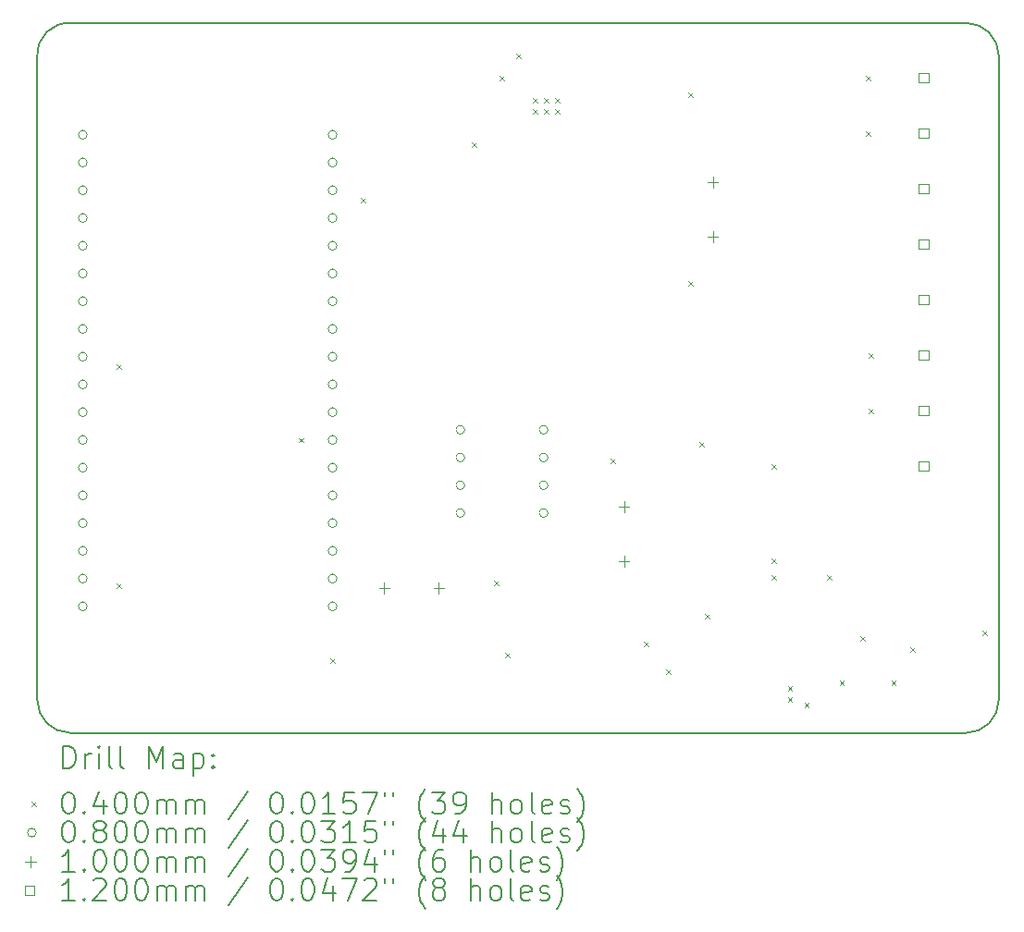
<source format=gbr>
%TF.GenerationSoftware,KiCad,Pcbnew,7.0.2*%
%TF.CreationDate,2023-05-15T17:20:53+02:00*%
%TF.ProjectId,projektkicad,70726f6a-656b-4746-9b69-6361642e6b69,rev?*%
%TF.SameCoordinates,Original*%
%TF.FileFunction,Drillmap*%
%TF.FilePolarity,Positive*%
%FSLAX45Y45*%
G04 Gerber Fmt 4.5, Leading zero omitted, Abs format (unit mm)*
G04 Created by KiCad (PCBNEW 7.0.2) date 2023-05-15 17:20:53*
%MOMM*%
%LPD*%
G01*
G04 APERTURE LIST*
%ADD10C,0.200000*%
%ADD11C,0.040000*%
%ADD12C,0.080000*%
%ADD13C,0.100000*%
%ADD14C,0.120000*%
G04 APERTURE END LIST*
D10*
X12000000Y-6000000D02*
X20200000Y-6000000D01*
X11700000Y-12200000D02*
G75*
G03*
X12000000Y-12500000I300000J0D01*
G01*
X20200000Y-12500000D02*
X12000000Y-12500000D01*
X12000000Y-6000000D02*
G75*
G03*
X11700000Y-6300000I-12690J-287310D01*
G01*
X20500000Y-6300000D02*
X20500000Y-12200000D01*
X20500000Y-6300000D02*
G75*
G03*
X20200000Y-6000000I-300000J0D01*
G01*
X11700000Y-12200000D02*
X11700000Y-6300000D01*
X20200000Y-12500000D02*
G75*
G03*
X20500000Y-12200000I0J300000D01*
G01*
D11*
X12426000Y-9124000D02*
X12466000Y-9164000D01*
X12466000Y-9124000D02*
X12426000Y-9164000D01*
X12426000Y-11130600D02*
X12466000Y-11170600D01*
X12466000Y-11130600D02*
X12426000Y-11170600D01*
X14092240Y-9799640D02*
X14132240Y-9839640D01*
X14132240Y-9799640D02*
X14092240Y-9839640D01*
X14381300Y-11816400D02*
X14421300Y-11856400D01*
X14421300Y-11816400D02*
X14381300Y-11856400D01*
X14661200Y-7600000D02*
X14701200Y-7640000D01*
X14701200Y-7600000D02*
X14661200Y-7640000D01*
X15677200Y-7092000D02*
X15717200Y-7132000D01*
X15717200Y-7092000D02*
X15677200Y-7132000D01*
X15880400Y-11105200D02*
X15920400Y-11145200D01*
X15920400Y-11105200D02*
X15880400Y-11145200D01*
X15931200Y-6482400D02*
X15971200Y-6522400D01*
X15971200Y-6482400D02*
X15931200Y-6522400D01*
X15982000Y-11765600D02*
X16022000Y-11805600D01*
X16022000Y-11765600D02*
X15982000Y-11805600D01*
X16083600Y-6279200D02*
X16123600Y-6319200D01*
X16123600Y-6279200D02*
X16083600Y-6319200D01*
X16236000Y-6685600D02*
X16276000Y-6725600D01*
X16276000Y-6685600D02*
X16236000Y-6725600D01*
X16236000Y-6787200D02*
X16276000Y-6827200D01*
X16276000Y-6787200D02*
X16236000Y-6827200D01*
X16337600Y-6685600D02*
X16377600Y-6725600D01*
X16377600Y-6685600D02*
X16337600Y-6725600D01*
X16337600Y-6787200D02*
X16377600Y-6827200D01*
X16377600Y-6787200D02*
X16337600Y-6827200D01*
X16439200Y-6685600D02*
X16479200Y-6725600D01*
X16479200Y-6685600D02*
X16439200Y-6725600D01*
X16439200Y-6787200D02*
X16479200Y-6827200D01*
X16479200Y-6787200D02*
X16439200Y-6827200D01*
X16947200Y-9987600D02*
X16987200Y-10027600D01*
X16987200Y-9987600D02*
X16947200Y-10027600D01*
X17252000Y-11664000D02*
X17292000Y-11704000D01*
X17292000Y-11664000D02*
X17252000Y-11704000D01*
X17455200Y-11918000D02*
X17495200Y-11958000D01*
X17495200Y-11918000D02*
X17455200Y-11958000D01*
X17658400Y-6634800D02*
X17698400Y-6674800D01*
X17698400Y-6634800D02*
X17658400Y-6674800D01*
X17658830Y-8362000D02*
X17698830Y-8402000D01*
X17698830Y-8362000D02*
X17658830Y-8402000D01*
X17760000Y-9835200D02*
X17800000Y-9875200D01*
X17800000Y-9835200D02*
X17760000Y-9875200D01*
X17810800Y-11410000D02*
X17850800Y-11450000D01*
X17850800Y-11410000D02*
X17810800Y-11450000D01*
X18420400Y-10038400D02*
X18460400Y-10078400D01*
X18460400Y-10038400D02*
X18420400Y-10078400D01*
X18420400Y-10902000D02*
X18460400Y-10942000D01*
X18460400Y-10902000D02*
X18420400Y-10942000D01*
X18420400Y-11054400D02*
X18460400Y-11094400D01*
X18460400Y-11054400D02*
X18420400Y-11094400D01*
X18569600Y-12070400D02*
X18609600Y-12110400D01*
X18609600Y-12070400D02*
X18569600Y-12110400D01*
X18569600Y-12172000D02*
X18609600Y-12212000D01*
X18609600Y-12172000D02*
X18569600Y-12212000D01*
X18722000Y-12222800D02*
X18762000Y-12262800D01*
X18762000Y-12222800D02*
X18722000Y-12262800D01*
X18928400Y-11054400D02*
X18968400Y-11094400D01*
X18968400Y-11054400D02*
X18928400Y-11094400D01*
X19041750Y-12019600D02*
X19081750Y-12059600D01*
X19081750Y-12019600D02*
X19041750Y-12059600D01*
X19233200Y-11613200D02*
X19273200Y-11653200D01*
X19273200Y-11613200D02*
X19233200Y-11653200D01*
X19284000Y-6482400D02*
X19324000Y-6522400D01*
X19324000Y-6482400D02*
X19284000Y-6522400D01*
X19284000Y-6990400D02*
X19324000Y-7030400D01*
X19324000Y-6990400D02*
X19284000Y-7030400D01*
X19309400Y-9022400D02*
X19349400Y-9062400D01*
X19349400Y-9022400D02*
X19309400Y-9062400D01*
X19309400Y-9530400D02*
X19349400Y-9570400D01*
X19349400Y-9530400D02*
X19309400Y-9570400D01*
X19516350Y-12020030D02*
X19556350Y-12060030D01*
X19556350Y-12020030D02*
X19516350Y-12060030D01*
X19690400Y-11714800D02*
X19730400Y-11754800D01*
X19730400Y-11714800D02*
X19690400Y-11754800D01*
X20350800Y-11562400D02*
X20390800Y-11602400D01*
X20390800Y-11562400D02*
X20350800Y-11602400D01*
D12*
X12155800Y-7023100D02*
G75*
G03*
X12155800Y-7023100I-40000J0D01*
G01*
X12155800Y-7277100D02*
G75*
G03*
X12155800Y-7277100I-40000J0D01*
G01*
X12155800Y-7531100D02*
G75*
G03*
X12155800Y-7531100I-40000J0D01*
G01*
X12155800Y-7785100D02*
G75*
G03*
X12155800Y-7785100I-40000J0D01*
G01*
X12155800Y-8039100D02*
G75*
G03*
X12155800Y-8039100I-40000J0D01*
G01*
X12155800Y-8293100D02*
G75*
G03*
X12155800Y-8293100I-40000J0D01*
G01*
X12155800Y-8547100D02*
G75*
G03*
X12155800Y-8547100I-40000J0D01*
G01*
X12155800Y-8801100D02*
G75*
G03*
X12155800Y-8801100I-40000J0D01*
G01*
X12155800Y-9055100D02*
G75*
G03*
X12155800Y-9055100I-40000J0D01*
G01*
X12155800Y-9309100D02*
G75*
G03*
X12155800Y-9309100I-40000J0D01*
G01*
X12155800Y-9563100D02*
G75*
G03*
X12155800Y-9563100I-40000J0D01*
G01*
X12155800Y-9817100D02*
G75*
G03*
X12155800Y-9817100I-40000J0D01*
G01*
X12155800Y-10071100D02*
G75*
G03*
X12155800Y-10071100I-40000J0D01*
G01*
X12155800Y-10325100D02*
G75*
G03*
X12155800Y-10325100I-40000J0D01*
G01*
X12155800Y-10579100D02*
G75*
G03*
X12155800Y-10579100I-40000J0D01*
G01*
X12155800Y-10833100D02*
G75*
G03*
X12155800Y-10833100I-40000J0D01*
G01*
X12155800Y-11087100D02*
G75*
G03*
X12155800Y-11087100I-40000J0D01*
G01*
X12155800Y-11341100D02*
G75*
G03*
X12155800Y-11341100I-40000J0D01*
G01*
X14441800Y-7023100D02*
G75*
G03*
X14441800Y-7023100I-40000J0D01*
G01*
X14441800Y-7277100D02*
G75*
G03*
X14441800Y-7277100I-40000J0D01*
G01*
X14441800Y-7531100D02*
G75*
G03*
X14441800Y-7531100I-40000J0D01*
G01*
X14441800Y-7785100D02*
G75*
G03*
X14441800Y-7785100I-40000J0D01*
G01*
X14441800Y-8039100D02*
G75*
G03*
X14441800Y-8039100I-40000J0D01*
G01*
X14441800Y-8293100D02*
G75*
G03*
X14441800Y-8293100I-40000J0D01*
G01*
X14441800Y-8547100D02*
G75*
G03*
X14441800Y-8547100I-40000J0D01*
G01*
X14441800Y-8801100D02*
G75*
G03*
X14441800Y-8801100I-40000J0D01*
G01*
X14441800Y-9055100D02*
G75*
G03*
X14441800Y-9055100I-40000J0D01*
G01*
X14441800Y-9309100D02*
G75*
G03*
X14441800Y-9309100I-40000J0D01*
G01*
X14441800Y-9563100D02*
G75*
G03*
X14441800Y-9563100I-40000J0D01*
G01*
X14441800Y-9817100D02*
G75*
G03*
X14441800Y-9817100I-40000J0D01*
G01*
X14441800Y-10071100D02*
G75*
G03*
X14441800Y-10071100I-40000J0D01*
G01*
X14441800Y-10325100D02*
G75*
G03*
X14441800Y-10325100I-40000J0D01*
G01*
X14441800Y-10579100D02*
G75*
G03*
X14441800Y-10579100I-40000J0D01*
G01*
X14441800Y-10833100D02*
G75*
G03*
X14441800Y-10833100I-40000J0D01*
G01*
X14441800Y-11087100D02*
G75*
G03*
X14441800Y-11087100I-40000J0D01*
G01*
X14441800Y-11341100D02*
G75*
G03*
X14441800Y-11341100I-40000J0D01*
G01*
X15611200Y-9724900D02*
G75*
G03*
X15611200Y-9724900I-40000J0D01*
G01*
X15611200Y-9978900D02*
G75*
G03*
X15611200Y-9978900I-40000J0D01*
G01*
X15611200Y-10232900D02*
G75*
G03*
X15611200Y-10232900I-40000J0D01*
G01*
X15611200Y-10486900D02*
G75*
G03*
X15611200Y-10486900I-40000J0D01*
G01*
X16373200Y-9724900D02*
G75*
G03*
X16373200Y-9724900I-40000J0D01*
G01*
X16373200Y-9978900D02*
G75*
G03*
X16373200Y-9978900I-40000J0D01*
G01*
X16373200Y-10232900D02*
G75*
G03*
X16373200Y-10232900I-40000J0D01*
G01*
X16373200Y-10486900D02*
G75*
G03*
X16373200Y-10486900I-40000J0D01*
G01*
D13*
X14875168Y-11126000D02*
X14875168Y-11226000D01*
X14825168Y-11176000D02*
X14925168Y-11176000D01*
X15375168Y-11126000D02*
X15375168Y-11226000D01*
X15325168Y-11176000D02*
X15425168Y-11176000D01*
X17068800Y-10381232D02*
X17068800Y-10481232D01*
X17018800Y-10431232D02*
X17118800Y-10431232D01*
X17068800Y-10881232D02*
X17068800Y-10981232D01*
X17018800Y-10931232D02*
X17118800Y-10931232D01*
X17881600Y-7408368D02*
X17881600Y-7508368D01*
X17831600Y-7458368D02*
X17931600Y-7458368D01*
X17881600Y-7908368D02*
X17881600Y-8008368D01*
X17831600Y-7958368D02*
X17931600Y-7958368D01*
D14*
X19854427Y-6544827D02*
X19854427Y-6459973D01*
X19769573Y-6459973D01*
X19769573Y-6544827D01*
X19854427Y-6544827D01*
X19854427Y-7052827D02*
X19854427Y-6967973D01*
X19769573Y-6967973D01*
X19769573Y-7052827D01*
X19854427Y-7052827D01*
X19854427Y-7560827D02*
X19854427Y-7475973D01*
X19769573Y-7475973D01*
X19769573Y-7560827D01*
X19854427Y-7560827D01*
X19854427Y-8068827D02*
X19854427Y-7983973D01*
X19769573Y-7983973D01*
X19769573Y-8068827D01*
X19854427Y-8068827D01*
X19854427Y-8576827D02*
X19854427Y-8491973D01*
X19769573Y-8491973D01*
X19769573Y-8576827D01*
X19854427Y-8576827D01*
X19854427Y-9084827D02*
X19854427Y-8999973D01*
X19769573Y-8999973D01*
X19769573Y-9084827D01*
X19854427Y-9084827D01*
X19854427Y-9592827D02*
X19854427Y-9507973D01*
X19769573Y-9507973D01*
X19769573Y-9592827D01*
X19854427Y-9592827D01*
X19854427Y-10100827D02*
X19854427Y-10015973D01*
X19769573Y-10015973D01*
X19769573Y-10100827D01*
X19854427Y-10100827D01*
D10*
X11937339Y-12822524D02*
X11937339Y-12622524D01*
X11937339Y-12622524D02*
X11984958Y-12622524D01*
X11984958Y-12622524D02*
X12013529Y-12632048D01*
X12013529Y-12632048D02*
X12032577Y-12651095D01*
X12032577Y-12651095D02*
X12042101Y-12670143D01*
X12042101Y-12670143D02*
X12051625Y-12708238D01*
X12051625Y-12708238D02*
X12051625Y-12736809D01*
X12051625Y-12736809D02*
X12042101Y-12774905D01*
X12042101Y-12774905D02*
X12032577Y-12793952D01*
X12032577Y-12793952D02*
X12013529Y-12813000D01*
X12013529Y-12813000D02*
X11984958Y-12822524D01*
X11984958Y-12822524D02*
X11937339Y-12822524D01*
X12137339Y-12822524D02*
X12137339Y-12689190D01*
X12137339Y-12727286D02*
X12146863Y-12708238D01*
X12146863Y-12708238D02*
X12156386Y-12698714D01*
X12156386Y-12698714D02*
X12175434Y-12689190D01*
X12175434Y-12689190D02*
X12194482Y-12689190D01*
X12261148Y-12822524D02*
X12261148Y-12689190D01*
X12261148Y-12622524D02*
X12251625Y-12632048D01*
X12251625Y-12632048D02*
X12261148Y-12641571D01*
X12261148Y-12641571D02*
X12270672Y-12632048D01*
X12270672Y-12632048D02*
X12261148Y-12622524D01*
X12261148Y-12622524D02*
X12261148Y-12641571D01*
X12384958Y-12822524D02*
X12365910Y-12813000D01*
X12365910Y-12813000D02*
X12356386Y-12793952D01*
X12356386Y-12793952D02*
X12356386Y-12622524D01*
X12489720Y-12822524D02*
X12470672Y-12813000D01*
X12470672Y-12813000D02*
X12461148Y-12793952D01*
X12461148Y-12793952D02*
X12461148Y-12622524D01*
X12718291Y-12822524D02*
X12718291Y-12622524D01*
X12718291Y-12622524D02*
X12784958Y-12765381D01*
X12784958Y-12765381D02*
X12851625Y-12622524D01*
X12851625Y-12622524D02*
X12851625Y-12822524D01*
X13032577Y-12822524D02*
X13032577Y-12717762D01*
X13032577Y-12717762D02*
X13023053Y-12698714D01*
X13023053Y-12698714D02*
X13004006Y-12689190D01*
X13004006Y-12689190D02*
X12965910Y-12689190D01*
X12965910Y-12689190D02*
X12946863Y-12698714D01*
X13032577Y-12813000D02*
X13013529Y-12822524D01*
X13013529Y-12822524D02*
X12965910Y-12822524D01*
X12965910Y-12822524D02*
X12946863Y-12813000D01*
X12946863Y-12813000D02*
X12937339Y-12793952D01*
X12937339Y-12793952D02*
X12937339Y-12774905D01*
X12937339Y-12774905D02*
X12946863Y-12755857D01*
X12946863Y-12755857D02*
X12965910Y-12746333D01*
X12965910Y-12746333D02*
X13013529Y-12746333D01*
X13013529Y-12746333D02*
X13032577Y-12736809D01*
X13127815Y-12689190D02*
X13127815Y-12889190D01*
X13127815Y-12698714D02*
X13146863Y-12689190D01*
X13146863Y-12689190D02*
X13184958Y-12689190D01*
X13184958Y-12689190D02*
X13204006Y-12698714D01*
X13204006Y-12698714D02*
X13213529Y-12708238D01*
X13213529Y-12708238D02*
X13223053Y-12727286D01*
X13223053Y-12727286D02*
X13223053Y-12784428D01*
X13223053Y-12784428D02*
X13213529Y-12803476D01*
X13213529Y-12803476D02*
X13204006Y-12813000D01*
X13204006Y-12813000D02*
X13184958Y-12822524D01*
X13184958Y-12822524D02*
X13146863Y-12822524D01*
X13146863Y-12822524D02*
X13127815Y-12813000D01*
X13308767Y-12803476D02*
X13318291Y-12813000D01*
X13318291Y-12813000D02*
X13308767Y-12822524D01*
X13308767Y-12822524D02*
X13299244Y-12813000D01*
X13299244Y-12813000D02*
X13308767Y-12803476D01*
X13308767Y-12803476D02*
X13308767Y-12822524D01*
X13308767Y-12698714D02*
X13318291Y-12708238D01*
X13318291Y-12708238D02*
X13308767Y-12717762D01*
X13308767Y-12717762D02*
X13299244Y-12708238D01*
X13299244Y-12708238D02*
X13308767Y-12698714D01*
X13308767Y-12698714D02*
X13308767Y-12717762D01*
D11*
X11649720Y-13130000D02*
X11689720Y-13170000D01*
X11689720Y-13130000D02*
X11649720Y-13170000D01*
D10*
X11975434Y-13042524D02*
X11994482Y-13042524D01*
X11994482Y-13042524D02*
X12013529Y-13052048D01*
X12013529Y-13052048D02*
X12023053Y-13061571D01*
X12023053Y-13061571D02*
X12032577Y-13080619D01*
X12032577Y-13080619D02*
X12042101Y-13118714D01*
X12042101Y-13118714D02*
X12042101Y-13166333D01*
X12042101Y-13166333D02*
X12032577Y-13204428D01*
X12032577Y-13204428D02*
X12023053Y-13223476D01*
X12023053Y-13223476D02*
X12013529Y-13233000D01*
X12013529Y-13233000D02*
X11994482Y-13242524D01*
X11994482Y-13242524D02*
X11975434Y-13242524D01*
X11975434Y-13242524D02*
X11956386Y-13233000D01*
X11956386Y-13233000D02*
X11946863Y-13223476D01*
X11946863Y-13223476D02*
X11937339Y-13204428D01*
X11937339Y-13204428D02*
X11927815Y-13166333D01*
X11927815Y-13166333D02*
X11927815Y-13118714D01*
X11927815Y-13118714D02*
X11937339Y-13080619D01*
X11937339Y-13080619D02*
X11946863Y-13061571D01*
X11946863Y-13061571D02*
X11956386Y-13052048D01*
X11956386Y-13052048D02*
X11975434Y-13042524D01*
X12127815Y-13223476D02*
X12137339Y-13233000D01*
X12137339Y-13233000D02*
X12127815Y-13242524D01*
X12127815Y-13242524D02*
X12118291Y-13233000D01*
X12118291Y-13233000D02*
X12127815Y-13223476D01*
X12127815Y-13223476D02*
X12127815Y-13242524D01*
X12308767Y-13109190D02*
X12308767Y-13242524D01*
X12261148Y-13033000D02*
X12213529Y-13175857D01*
X12213529Y-13175857D02*
X12337339Y-13175857D01*
X12451625Y-13042524D02*
X12470672Y-13042524D01*
X12470672Y-13042524D02*
X12489720Y-13052048D01*
X12489720Y-13052048D02*
X12499244Y-13061571D01*
X12499244Y-13061571D02*
X12508767Y-13080619D01*
X12508767Y-13080619D02*
X12518291Y-13118714D01*
X12518291Y-13118714D02*
X12518291Y-13166333D01*
X12518291Y-13166333D02*
X12508767Y-13204428D01*
X12508767Y-13204428D02*
X12499244Y-13223476D01*
X12499244Y-13223476D02*
X12489720Y-13233000D01*
X12489720Y-13233000D02*
X12470672Y-13242524D01*
X12470672Y-13242524D02*
X12451625Y-13242524D01*
X12451625Y-13242524D02*
X12432577Y-13233000D01*
X12432577Y-13233000D02*
X12423053Y-13223476D01*
X12423053Y-13223476D02*
X12413529Y-13204428D01*
X12413529Y-13204428D02*
X12404006Y-13166333D01*
X12404006Y-13166333D02*
X12404006Y-13118714D01*
X12404006Y-13118714D02*
X12413529Y-13080619D01*
X12413529Y-13080619D02*
X12423053Y-13061571D01*
X12423053Y-13061571D02*
X12432577Y-13052048D01*
X12432577Y-13052048D02*
X12451625Y-13042524D01*
X12642101Y-13042524D02*
X12661148Y-13042524D01*
X12661148Y-13042524D02*
X12680196Y-13052048D01*
X12680196Y-13052048D02*
X12689720Y-13061571D01*
X12689720Y-13061571D02*
X12699244Y-13080619D01*
X12699244Y-13080619D02*
X12708767Y-13118714D01*
X12708767Y-13118714D02*
X12708767Y-13166333D01*
X12708767Y-13166333D02*
X12699244Y-13204428D01*
X12699244Y-13204428D02*
X12689720Y-13223476D01*
X12689720Y-13223476D02*
X12680196Y-13233000D01*
X12680196Y-13233000D02*
X12661148Y-13242524D01*
X12661148Y-13242524D02*
X12642101Y-13242524D01*
X12642101Y-13242524D02*
X12623053Y-13233000D01*
X12623053Y-13233000D02*
X12613529Y-13223476D01*
X12613529Y-13223476D02*
X12604006Y-13204428D01*
X12604006Y-13204428D02*
X12594482Y-13166333D01*
X12594482Y-13166333D02*
X12594482Y-13118714D01*
X12594482Y-13118714D02*
X12604006Y-13080619D01*
X12604006Y-13080619D02*
X12613529Y-13061571D01*
X12613529Y-13061571D02*
X12623053Y-13052048D01*
X12623053Y-13052048D02*
X12642101Y-13042524D01*
X12794482Y-13242524D02*
X12794482Y-13109190D01*
X12794482Y-13128238D02*
X12804006Y-13118714D01*
X12804006Y-13118714D02*
X12823053Y-13109190D01*
X12823053Y-13109190D02*
X12851625Y-13109190D01*
X12851625Y-13109190D02*
X12870672Y-13118714D01*
X12870672Y-13118714D02*
X12880196Y-13137762D01*
X12880196Y-13137762D02*
X12880196Y-13242524D01*
X12880196Y-13137762D02*
X12889720Y-13118714D01*
X12889720Y-13118714D02*
X12908767Y-13109190D01*
X12908767Y-13109190D02*
X12937339Y-13109190D01*
X12937339Y-13109190D02*
X12956387Y-13118714D01*
X12956387Y-13118714D02*
X12965910Y-13137762D01*
X12965910Y-13137762D02*
X12965910Y-13242524D01*
X13061148Y-13242524D02*
X13061148Y-13109190D01*
X13061148Y-13128238D02*
X13070672Y-13118714D01*
X13070672Y-13118714D02*
X13089720Y-13109190D01*
X13089720Y-13109190D02*
X13118291Y-13109190D01*
X13118291Y-13109190D02*
X13137339Y-13118714D01*
X13137339Y-13118714D02*
X13146863Y-13137762D01*
X13146863Y-13137762D02*
X13146863Y-13242524D01*
X13146863Y-13137762D02*
X13156387Y-13118714D01*
X13156387Y-13118714D02*
X13175434Y-13109190D01*
X13175434Y-13109190D02*
X13204006Y-13109190D01*
X13204006Y-13109190D02*
X13223053Y-13118714D01*
X13223053Y-13118714D02*
X13232577Y-13137762D01*
X13232577Y-13137762D02*
X13232577Y-13242524D01*
X13623053Y-13033000D02*
X13451625Y-13290143D01*
X13880196Y-13042524D02*
X13899244Y-13042524D01*
X13899244Y-13042524D02*
X13918291Y-13052048D01*
X13918291Y-13052048D02*
X13927815Y-13061571D01*
X13927815Y-13061571D02*
X13937339Y-13080619D01*
X13937339Y-13080619D02*
X13946863Y-13118714D01*
X13946863Y-13118714D02*
X13946863Y-13166333D01*
X13946863Y-13166333D02*
X13937339Y-13204428D01*
X13937339Y-13204428D02*
X13927815Y-13223476D01*
X13927815Y-13223476D02*
X13918291Y-13233000D01*
X13918291Y-13233000D02*
X13899244Y-13242524D01*
X13899244Y-13242524D02*
X13880196Y-13242524D01*
X13880196Y-13242524D02*
X13861149Y-13233000D01*
X13861149Y-13233000D02*
X13851625Y-13223476D01*
X13851625Y-13223476D02*
X13842101Y-13204428D01*
X13842101Y-13204428D02*
X13832577Y-13166333D01*
X13832577Y-13166333D02*
X13832577Y-13118714D01*
X13832577Y-13118714D02*
X13842101Y-13080619D01*
X13842101Y-13080619D02*
X13851625Y-13061571D01*
X13851625Y-13061571D02*
X13861149Y-13052048D01*
X13861149Y-13052048D02*
X13880196Y-13042524D01*
X14032577Y-13223476D02*
X14042101Y-13233000D01*
X14042101Y-13233000D02*
X14032577Y-13242524D01*
X14032577Y-13242524D02*
X14023053Y-13233000D01*
X14023053Y-13233000D02*
X14032577Y-13223476D01*
X14032577Y-13223476D02*
X14032577Y-13242524D01*
X14165910Y-13042524D02*
X14184958Y-13042524D01*
X14184958Y-13042524D02*
X14204006Y-13052048D01*
X14204006Y-13052048D02*
X14213530Y-13061571D01*
X14213530Y-13061571D02*
X14223053Y-13080619D01*
X14223053Y-13080619D02*
X14232577Y-13118714D01*
X14232577Y-13118714D02*
X14232577Y-13166333D01*
X14232577Y-13166333D02*
X14223053Y-13204428D01*
X14223053Y-13204428D02*
X14213530Y-13223476D01*
X14213530Y-13223476D02*
X14204006Y-13233000D01*
X14204006Y-13233000D02*
X14184958Y-13242524D01*
X14184958Y-13242524D02*
X14165910Y-13242524D01*
X14165910Y-13242524D02*
X14146863Y-13233000D01*
X14146863Y-13233000D02*
X14137339Y-13223476D01*
X14137339Y-13223476D02*
X14127815Y-13204428D01*
X14127815Y-13204428D02*
X14118291Y-13166333D01*
X14118291Y-13166333D02*
X14118291Y-13118714D01*
X14118291Y-13118714D02*
X14127815Y-13080619D01*
X14127815Y-13080619D02*
X14137339Y-13061571D01*
X14137339Y-13061571D02*
X14146863Y-13052048D01*
X14146863Y-13052048D02*
X14165910Y-13042524D01*
X14423053Y-13242524D02*
X14308768Y-13242524D01*
X14365910Y-13242524D02*
X14365910Y-13042524D01*
X14365910Y-13042524D02*
X14346863Y-13071095D01*
X14346863Y-13071095D02*
X14327815Y-13090143D01*
X14327815Y-13090143D02*
X14308768Y-13099667D01*
X14604006Y-13042524D02*
X14508768Y-13042524D01*
X14508768Y-13042524D02*
X14499244Y-13137762D01*
X14499244Y-13137762D02*
X14508768Y-13128238D01*
X14508768Y-13128238D02*
X14527815Y-13118714D01*
X14527815Y-13118714D02*
X14575434Y-13118714D01*
X14575434Y-13118714D02*
X14594482Y-13128238D01*
X14594482Y-13128238D02*
X14604006Y-13137762D01*
X14604006Y-13137762D02*
X14613530Y-13156809D01*
X14613530Y-13156809D02*
X14613530Y-13204428D01*
X14613530Y-13204428D02*
X14604006Y-13223476D01*
X14604006Y-13223476D02*
X14594482Y-13233000D01*
X14594482Y-13233000D02*
X14575434Y-13242524D01*
X14575434Y-13242524D02*
X14527815Y-13242524D01*
X14527815Y-13242524D02*
X14508768Y-13233000D01*
X14508768Y-13233000D02*
X14499244Y-13223476D01*
X14680196Y-13042524D02*
X14813530Y-13042524D01*
X14813530Y-13042524D02*
X14727815Y-13242524D01*
X14880196Y-13042524D02*
X14880196Y-13080619D01*
X14956387Y-13042524D02*
X14956387Y-13080619D01*
X15251625Y-13318714D02*
X15242101Y-13309190D01*
X15242101Y-13309190D02*
X15223053Y-13280619D01*
X15223053Y-13280619D02*
X15213530Y-13261571D01*
X15213530Y-13261571D02*
X15204006Y-13233000D01*
X15204006Y-13233000D02*
X15194482Y-13185381D01*
X15194482Y-13185381D02*
X15194482Y-13147286D01*
X15194482Y-13147286D02*
X15204006Y-13099667D01*
X15204006Y-13099667D02*
X15213530Y-13071095D01*
X15213530Y-13071095D02*
X15223053Y-13052048D01*
X15223053Y-13052048D02*
X15242101Y-13023476D01*
X15242101Y-13023476D02*
X15251625Y-13013952D01*
X15308768Y-13042524D02*
X15432577Y-13042524D01*
X15432577Y-13042524D02*
X15365911Y-13118714D01*
X15365911Y-13118714D02*
X15394482Y-13118714D01*
X15394482Y-13118714D02*
X15413530Y-13128238D01*
X15413530Y-13128238D02*
X15423053Y-13137762D01*
X15423053Y-13137762D02*
X15432577Y-13156809D01*
X15432577Y-13156809D02*
X15432577Y-13204428D01*
X15432577Y-13204428D02*
X15423053Y-13223476D01*
X15423053Y-13223476D02*
X15413530Y-13233000D01*
X15413530Y-13233000D02*
X15394482Y-13242524D01*
X15394482Y-13242524D02*
X15337339Y-13242524D01*
X15337339Y-13242524D02*
X15318292Y-13233000D01*
X15318292Y-13233000D02*
X15308768Y-13223476D01*
X15527815Y-13242524D02*
X15565911Y-13242524D01*
X15565911Y-13242524D02*
X15584958Y-13233000D01*
X15584958Y-13233000D02*
X15594482Y-13223476D01*
X15594482Y-13223476D02*
X15613530Y-13194905D01*
X15613530Y-13194905D02*
X15623053Y-13156809D01*
X15623053Y-13156809D02*
X15623053Y-13080619D01*
X15623053Y-13080619D02*
X15613530Y-13061571D01*
X15613530Y-13061571D02*
X15604006Y-13052048D01*
X15604006Y-13052048D02*
X15584958Y-13042524D01*
X15584958Y-13042524D02*
X15546863Y-13042524D01*
X15546863Y-13042524D02*
X15527815Y-13052048D01*
X15527815Y-13052048D02*
X15518292Y-13061571D01*
X15518292Y-13061571D02*
X15508768Y-13080619D01*
X15508768Y-13080619D02*
X15508768Y-13128238D01*
X15508768Y-13128238D02*
X15518292Y-13147286D01*
X15518292Y-13147286D02*
X15527815Y-13156809D01*
X15527815Y-13156809D02*
X15546863Y-13166333D01*
X15546863Y-13166333D02*
X15584958Y-13166333D01*
X15584958Y-13166333D02*
X15604006Y-13156809D01*
X15604006Y-13156809D02*
X15613530Y-13147286D01*
X15613530Y-13147286D02*
X15623053Y-13128238D01*
X15861149Y-13242524D02*
X15861149Y-13042524D01*
X15946863Y-13242524D02*
X15946863Y-13137762D01*
X15946863Y-13137762D02*
X15937339Y-13118714D01*
X15937339Y-13118714D02*
X15918292Y-13109190D01*
X15918292Y-13109190D02*
X15889720Y-13109190D01*
X15889720Y-13109190D02*
X15870673Y-13118714D01*
X15870673Y-13118714D02*
X15861149Y-13128238D01*
X16070673Y-13242524D02*
X16051625Y-13233000D01*
X16051625Y-13233000D02*
X16042101Y-13223476D01*
X16042101Y-13223476D02*
X16032577Y-13204428D01*
X16032577Y-13204428D02*
X16032577Y-13147286D01*
X16032577Y-13147286D02*
X16042101Y-13128238D01*
X16042101Y-13128238D02*
X16051625Y-13118714D01*
X16051625Y-13118714D02*
X16070673Y-13109190D01*
X16070673Y-13109190D02*
X16099244Y-13109190D01*
X16099244Y-13109190D02*
X16118292Y-13118714D01*
X16118292Y-13118714D02*
X16127815Y-13128238D01*
X16127815Y-13128238D02*
X16137339Y-13147286D01*
X16137339Y-13147286D02*
X16137339Y-13204428D01*
X16137339Y-13204428D02*
X16127815Y-13223476D01*
X16127815Y-13223476D02*
X16118292Y-13233000D01*
X16118292Y-13233000D02*
X16099244Y-13242524D01*
X16099244Y-13242524D02*
X16070673Y-13242524D01*
X16251625Y-13242524D02*
X16232577Y-13233000D01*
X16232577Y-13233000D02*
X16223054Y-13213952D01*
X16223054Y-13213952D02*
X16223054Y-13042524D01*
X16404006Y-13233000D02*
X16384958Y-13242524D01*
X16384958Y-13242524D02*
X16346863Y-13242524D01*
X16346863Y-13242524D02*
X16327815Y-13233000D01*
X16327815Y-13233000D02*
X16318292Y-13213952D01*
X16318292Y-13213952D02*
X16318292Y-13137762D01*
X16318292Y-13137762D02*
X16327815Y-13118714D01*
X16327815Y-13118714D02*
X16346863Y-13109190D01*
X16346863Y-13109190D02*
X16384958Y-13109190D01*
X16384958Y-13109190D02*
X16404006Y-13118714D01*
X16404006Y-13118714D02*
X16413530Y-13137762D01*
X16413530Y-13137762D02*
X16413530Y-13156809D01*
X16413530Y-13156809D02*
X16318292Y-13175857D01*
X16489720Y-13233000D02*
X16508768Y-13242524D01*
X16508768Y-13242524D02*
X16546863Y-13242524D01*
X16546863Y-13242524D02*
X16565911Y-13233000D01*
X16565911Y-13233000D02*
X16575435Y-13213952D01*
X16575435Y-13213952D02*
X16575435Y-13204428D01*
X16575435Y-13204428D02*
X16565911Y-13185381D01*
X16565911Y-13185381D02*
X16546863Y-13175857D01*
X16546863Y-13175857D02*
X16518292Y-13175857D01*
X16518292Y-13175857D02*
X16499244Y-13166333D01*
X16499244Y-13166333D02*
X16489720Y-13147286D01*
X16489720Y-13147286D02*
X16489720Y-13137762D01*
X16489720Y-13137762D02*
X16499244Y-13118714D01*
X16499244Y-13118714D02*
X16518292Y-13109190D01*
X16518292Y-13109190D02*
X16546863Y-13109190D01*
X16546863Y-13109190D02*
X16565911Y-13118714D01*
X16642101Y-13318714D02*
X16651625Y-13309190D01*
X16651625Y-13309190D02*
X16670673Y-13280619D01*
X16670673Y-13280619D02*
X16680196Y-13261571D01*
X16680196Y-13261571D02*
X16689720Y-13233000D01*
X16689720Y-13233000D02*
X16699244Y-13185381D01*
X16699244Y-13185381D02*
X16699244Y-13147286D01*
X16699244Y-13147286D02*
X16689720Y-13099667D01*
X16689720Y-13099667D02*
X16680196Y-13071095D01*
X16680196Y-13071095D02*
X16670673Y-13052048D01*
X16670673Y-13052048D02*
X16651625Y-13023476D01*
X16651625Y-13023476D02*
X16642101Y-13013952D01*
D12*
X11689720Y-13414000D02*
G75*
G03*
X11689720Y-13414000I-40000J0D01*
G01*
D10*
X11975434Y-13306524D02*
X11994482Y-13306524D01*
X11994482Y-13306524D02*
X12013529Y-13316048D01*
X12013529Y-13316048D02*
X12023053Y-13325571D01*
X12023053Y-13325571D02*
X12032577Y-13344619D01*
X12032577Y-13344619D02*
X12042101Y-13382714D01*
X12042101Y-13382714D02*
X12042101Y-13430333D01*
X12042101Y-13430333D02*
X12032577Y-13468428D01*
X12032577Y-13468428D02*
X12023053Y-13487476D01*
X12023053Y-13487476D02*
X12013529Y-13497000D01*
X12013529Y-13497000D02*
X11994482Y-13506524D01*
X11994482Y-13506524D02*
X11975434Y-13506524D01*
X11975434Y-13506524D02*
X11956386Y-13497000D01*
X11956386Y-13497000D02*
X11946863Y-13487476D01*
X11946863Y-13487476D02*
X11937339Y-13468428D01*
X11937339Y-13468428D02*
X11927815Y-13430333D01*
X11927815Y-13430333D02*
X11927815Y-13382714D01*
X11927815Y-13382714D02*
X11937339Y-13344619D01*
X11937339Y-13344619D02*
X11946863Y-13325571D01*
X11946863Y-13325571D02*
X11956386Y-13316048D01*
X11956386Y-13316048D02*
X11975434Y-13306524D01*
X12127815Y-13487476D02*
X12137339Y-13497000D01*
X12137339Y-13497000D02*
X12127815Y-13506524D01*
X12127815Y-13506524D02*
X12118291Y-13497000D01*
X12118291Y-13497000D02*
X12127815Y-13487476D01*
X12127815Y-13487476D02*
X12127815Y-13506524D01*
X12251625Y-13392238D02*
X12232577Y-13382714D01*
X12232577Y-13382714D02*
X12223053Y-13373190D01*
X12223053Y-13373190D02*
X12213529Y-13354143D01*
X12213529Y-13354143D02*
X12213529Y-13344619D01*
X12213529Y-13344619D02*
X12223053Y-13325571D01*
X12223053Y-13325571D02*
X12232577Y-13316048D01*
X12232577Y-13316048D02*
X12251625Y-13306524D01*
X12251625Y-13306524D02*
X12289720Y-13306524D01*
X12289720Y-13306524D02*
X12308767Y-13316048D01*
X12308767Y-13316048D02*
X12318291Y-13325571D01*
X12318291Y-13325571D02*
X12327815Y-13344619D01*
X12327815Y-13344619D02*
X12327815Y-13354143D01*
X12327815Y-13354143D02*
X12318291Y-13373190D01*
X12318291Y-13373190D02*
X12308767Y-13382714D01*
X12308767Y-13382714D02*
X12289720Y-13392238D01*
X12289720Y-13392238D02*
X12251625Y-13392238D01*
X12251625Y-13392238D02*
X12232577Y-13401762D01*
X12232577Y-13401762D02*
X12223053Y-13411286D01*
X12223053Y-13411286D02*
X12213529Y-13430333D01*
X12213529Y-13430333D02*
X12213529Y-13468428D01*
X12213529Y-13468428D02*
X12223053Y-13487476D01*
X12223053Y-13487476D02*
X12232577Y-13497000D01*
X12232577Y-13497000D02*
X12251625Y-13506524D01*
X12251625Y-13506524D02*
X12289720Y-13506524D01*
X12289720Y-13506524D02*
X12308767Y-13497000D01*
X12308767Y-13497000D02*
X12318291Y-13487476D01*
X12318291Y-13487476D02*
X12327815Y-13468428D01*
X12327815Y-13468428D02*
X12327815Y-13430333D01*
X12327815Y-13430333D02*
X12318291Y-13411286D01*
X12318291Y-13411286D02*
X12308767Y-13401762D01*
X12308767Y-13401762D02*
X12289720Y-13392238D01*
X12451625Y-13306524D02*
X12470672Y-13306524D01*
X12470672Y-13306524D02*
X12489720Y-13316048D01*
X12489720Y-13316048D02*
X12499244Y-13325571D01*
X12499244Y-13325571D02*
X12508767Y-13344619D01*
X12508767Y-13344619D02*
X12518291Y-13382714D01*
X12518291Y-13382714D02*
X12518291Y-13430333D01*
X12518291Y-13430333D02*
X12508767Y-13468428D01*
X12508767Y-13468428D02*
X12499244Y-13487476D01*
X12499244Y-13487476D02*
X12489720Y-13497000D01*
X12489720Y-13497000D02*
X12470672Y-13506524D01*
X12470672Y-13506524D02*
X12451625Y-13506524D01*
X12451625Y-13506524D02*
X12432577Y-13497000D01*
X12432577Y-13497000D02*
X12423053Y-13487476D01*
X12423053Y-13487476D02*
X12413529Y-13468428D01*
X12413529Y-13468428D02*
X12404006Y-13430333D01*
X12404006Y-13430333D02*
X12404006Y-13382714D01*
X12404006Y-13382714D02*
X12413529Y-13344619D01*
X12413529Y-13344619D02*
X12423053Y-13325571D01*
X12423053Y-13325571D02*
X12432577Y-13316048D01*
X12432577Y-13316048D02*
X12451625Y-13306524D01*
X12642101Y-13306524D02*
X12661148Y-13306524D01*
X12661148Y-13306524D02*
X12680196Y-13316048D01*
X12680196Y-13316048D02*
X12689720Y-13325571D01*
X12689720Y-13325571D02*
X12699244Y-13344619D01*
X12699244Y-13344619D02*
X12708767Y-13382714D01*
X12708767Y-13382714D02*
X12708767Y-13430333D01*
X12708767Y-13430333D02*
X12699244Y-13468428D01*
X12699244Y-13468428D02*
X12689720Y-13487476D01*
X12689720Y-13487476D02*
X12680196Y-13497000D01*
X12680196Y-13497000D02*
X12661148Y-13506524D01*
X12661148Y-13506524D02*
X12642101Y-13506524D01*
X12642101Y-13506524D02*
X12623053Y-13497000D01*
X12623053Y-13497000D02*
X12613529Y-13487476D01*
X12613529Y-13487476D02*
X12604006Y-13468428D01*
X12604006Y-13468428D02*
X12594482Y-13430333D01*
X12594482Y-13430333D02*
X12594482Y-13382714D01*
X12594482Y-13382714D02*
X12604006Y-13344619D01*
X12604006Y-13344619D02*
X12613529Y-13325571D01*
X12613529Y-13325571D02*
X12623053Y-13316048D01*
X12623053Y-13316048D02*
X12642101Y-13306524D01*
X12794482Y-13506524D02*
X12794482Y-13373190D01*
X12794482Y-13392238D02*
X12804006Y-13382714D01*
X12804006Y-13382714D02*
X12823053Y-13373190D01*
X12823053Y-13373190D02*
X12851625Y-13373190D01*
X12851625Y-13373190D02*
X12870672Y-13382714D01*
X12870672Y-13382714D02*
X12880196Y-13401762D01*
X12880196Y-13401762D02*
X12880196Y-13506524D01*
X12880196Y-13401762D02*
X12889720Y-13382714D01*
X12889720Y-13382714D02*
X12908767Y-13373190D01*
X12908767Y-13373190D02*
X12937339Y-13373190D01*
X12937339Y-13373190D02*
X12956387Y-13382714D01*
X12956387Y-13382714D02*
X12965910Y-13401762D01*
X12965910Y-13401762D02*
X12965910Y-13506524D01*
X13061148Y-13506524D02*
X13061148Y-13373190D01*
X13061148Y-13392238D02*
X13070672Y-13382714D01*
X13070672Y-13382714D02*
X13089720Y-13373190D01*
X13089720Y-13373190D02*
X13118291Y-13373190D01*
X13118291Y-13373190D02*
X13137339Y-13382714D01*
X13137339Y-13382714D02*
X13146863Y-13401762D01*
X13146863Y-13401762D02*
X13146863Y-13506524D01*
X13146863Y-13401762D02*
X13156387Y-13382714D01*
X13156387Y-13382714D02*
X13175434Y-13373190D01*
X13175434Y-13373190D02*
X13204006Y-13373190D01*
X13204006Y-13373190D02*
X13223053Y-13382714D01*
X13223053Y-13382714D02*
X13232577Y-13401762D01*
X13232577Y-13401762D02*
X13232577Y-13506524D01*
X13623053Y-13297000D02*
X13451625Y-13554143D01*
X13880196Y-13306524D02*
X13899244Y-13306524D01*
X13899244Y-13306524D02*
X13918291Y-13316048D01*
X13918291Y-13316048D02*
X13927815Y-13325571D01*
X13927815Y-13325571D02*
X13937339Y-13344619D01*
X13937339Y-13344619D02*
X13946863Y-13382714D01*
X13946863Y-13382714D02*
X13946863Y-13430333D01*
X13946863Y-13430333D02*
X13937339Y-13468428D01*
X13937339Y-13468428D02*
X13927815Y-13487476D01*
X13927815Y-13487476D02*
X13918291Y-13497000D01*
X13918291Y-13497000D02*
X13899244Y-13506524D01*
X13899244Y-13506524D02*
X13880196Y-13506524D01*
X13880196Y-13506524D02*
X13861149Y-13497000D01*
X13861149Y-13497000D02*
X13851625Y-13487476D01*
X13851625Y-13487476D02*
X13842101Y-13468428D01*
X13842101Y-13468428D02*
X13832577Y-13430333D01*
X13832577Y-13430333D02*
X13832577Y-13382714D01*
X13832577Y-13382714D02*
X13842101Y-13344619D01*
X13842101Y-13344619D02*
X13851625Y-13325571D01*
X13851625Y-13325571D02*
X13861149Y-13316048D01*
X13861149Y-13316048D02*
X13880196Y-13306524D01*
X14032577Y-13487476D02*
X14042101Y-13497000D01*
X14042101Y-13497000D02*
X14032577Y-13506524D01*
X14032577Y-13506524D02*
X14023053Y-13497000D01*
X14023053Y-13497000D02*
X14032577Y-13487476D01*
X14032577Y-13487476D02*
X14032577Y-13506524D01*
X14165910Y-13306524D02*
X14184958Y-13306524D01*
X14184958Y-13306524D02*
X14204006Y-13316048D01*
X14204006Y-13316048D02*
X14213530Y-13325571D01*
X14213530Y-13325571D02*
X14223053Y-13344619D01*
X14223053Y-13344619D02*
X14232577Y-13382714D01*
X14232577Y-13382714D02*
X14232577Y-13430333D01*
X14232577Y-13430333D02*
X14223053Y-13468428D01*
X14223053Y-13468428D02*
X14213530Y-13487476D01*
X14213530Y-13487476D02*
X14204006Y-13497000D01*
X14204006Y-13497000D02*
X14184958Y-13506524D01*
X14184958Y-13506524D02*
X14165910Y-13506524D01*
X14165910Y-13506524D02*
X14146863Y-13497000D01*
X14146863Y-13497000D02*
X14137339Y-13487476D01*
X14137339Y-13487476D02*
X14127815Y-13468428D01*
X14127815Y-13468428D02*
X14118291Y-13430333D01*
X14118291Y-13430333D02*
X14118291Y-13382714D01*
X14118291Y-13382714D02*
X14127815Y-13344619D01*
X14127815Y-13344619D02*
X14137339Y-13325571D01*
X14137339Y-13325571D02*
X14146863Y-13316048D01*
X14146863Y-13316048D02*
X14165910Y-13306524D01*
X14299244Y-13306524D02*
X14423053Y-13306524D01*
X14423053Y-13306524D02*
X14356387Y-13382714D01*
X14356387Y-13382714D02*
X14384958Y-13382714D01*
X14384958Y-13382714D02*
X14404006Y-13392238D01*
X14404006Y-13392238D02*
X14413530Y-13401762D01*
X14413530Y-13401762D02*
X14423053Y-13420809D01*
X14423053Y-13420809D02*
X14423053Y-13468428D01*
X14423053Y-13468428D02*
X14413530Y-13487476D01*
X14413530Y-13487476D02*
X14404006Y-13497000D01*
X14404006Y-13497000D02*
X14384958Y-13506524D01*
X14384958Y-13506524D02*
X14327815Y-13506524D01*
X14327815Y-13506524D02*
X14308768Y-13497000D01*
X14308768Y-13497000D02*
X14299244Y-13487476D01*
X14613530Y-13506524D02*
X14499244Y-13506524D01*
X14556387Y-13506524D02*
X14556387Y-13306524D01*
X14556387Y-13306524D02*
X14537339Y-13335095D01*
X14537339Y-13335095D02*
X14518291Y-13354143D01*
X14518291Y-13354143D02*
X14499244Y-13363667D01*
X14794482Y-13306524D02*
X14699244Y-13306524D01*
X14699244Y-13306524D02*
X14689720Y-13401762D01*
X14689720Y-13401762D02*
X14699244Y-13392238D01*
X14699244Y-13392238D02*
X14718291Y-13382714D01*
X14718291Y-13382714D02*
X14765911Y-13382714D01*
X14765911Y-13382714D02*
X14784958Y-13392238D01*
X14784958Y-13392238D02*
X14794482Y-13401762D01*
X14794482Y-13401762D02*
X14804006Y-13420809D01*
X14804006Y-13420809D02*
X14804006Y-13468428D01*
X14804006Y-13468428D02*
X14794482Y-13487476D01*
X14794482Y-13487476D02*
X14784958Y-13497000D01*
X14784958Y-13497000D02*
X14765911Y-13506524D01*
X14765911Y-13506524D02*
X14718291Y-13506524D01*
X14718291Y-13506524D02*
X14699244Y-13497000D01*
X14699244Y-13497000D02*
X14689720Y-13487476D01*
X14880196Y-13306524D02*
X14880196Y-13344619D01*
X14956387Y-13306524D02*
X14956387Y-13344619D01*
X15251625Y-13582714D02*
X15242101Y-13573190D01*
X15242101Y-13573190D02*
X15223053Y-13544619D01*
X15223053Y-13544619D02*
X15213530Y-13525571D01*
X15213530Y-13525571D02*
X15204006Y-13497000D01*
X15204006Y-13497000D02*
X15194482Y-13449381D01*
X15194482Y-13449381D02*
X15194482Y-13411286D01*
X15194482Y-13411286D02*
X15204006Y-13363667D01*
X15204006Y-13363667D02*
X15213530Y-13335095D01*
X15213530Y-13335095D02*
X15223053Y-13316048D01*
X15223053Y-13316048D02*
X15242101Y-13287476D01*
X15242101Y-13287476D02*
X15251625Y-13277952D01*
X15413530Y-13373190D02*
X15413530Y-13506524D01*
X15365911Y-13297000D02*
X15318292Y-13439857D01*
X15318292Y-13439857D02*
X15442101Y-13439857D01*
X15604006Y-13373190D02*
X15604006Y-13506524D01*
X15556387Y-13297000D02*
X15508768Y-13439857D01*
X15508768Y-13439857D02*
X15632577Y-13439857D01*
X15861149Y-13506524D02*
X15861149Y-13306524D01*
X15946863Y-13506524D02*
X15946863Y-13401762D01*
X15946863Y-13401762D02*
X15937339Y-13382714D01*
X15937339Y-13382714D02*
X15918292Y-13373190D01*
X15918292Y-13373190D02*
X15889720Y-13373190D01*
X15889720Y-13373190D02*
X15870673Y-13382714D01*
X15870673Y-13382714D02*
X15861149Y-13392238D01*
X16070673Y-13506524D02*
X16051625Y-13497000D01*
X16051625Y-13497000D02*
X16042101Y-13487476D01*
X16042101Y-13487476D02*
X16032577Y-13468428D01*
X16032577Y-13468428D02*
X16032577Y-13411286D01*
X16032577Y-13411286D02*
X16042101Y-13392238D01*
X16042101Y-13392238D02*
X16051625Y-13382714D01*
X16051625Y-13382714D02*
X16070673Y-13373190D01*
X16070673Y-13373190D02*
X16099244Y-13373190D01*
X16099244Y-13373190D02*
X16118292Y-13382714D01*
X16118292Y-13382714D02*
X16127815Y-13392238D01*
X16127815Y-13392238D02*
X16137339Y-13411286D01*
X16137339Y-13411286D02*
X16137339Y-13468428D01*
X16137339Y-13468428D02*
X16127815Y-13487476D01*
X16127815Y-13487476D02*
X16118292Y-13497000D01*
X16118292Y-13497000D02*
X16099244Y-13506524D01*
X16099244Y-13506524D02*
X16070673Y-13506524D01*
X16251625Y-13506524D02*
X16232577Y-13497000D01*
X16232577Y-13497000D02*
X16223054Y-13477952D01*
X16223054Y-13477952D02*
X16223054Y-13306524D01*
X16404006Y-13497000D02*
X16384958Y-13506524D01*
X16384958Y-13506524D02*
X16346863Y-13506524D01*
X16346863Y-13506524D02*
X16327815Y-13497000D01*
X16327815Y-13497000D02*
X16318292Y-13477952D01*
X16318292Y-13477952D02*
X16318292Y-13401762D01*
X16318292Y-13401762D02*
X16327815Y-13382714D01*
X16327815Y-13382714D02*
X16346863Y-13373190D01*
X16346863Y-13373190D02*
X16384958Y-13373190D01*
X16384958Y-13373190D02*
X16404006Y-13382714D01*
X16404006Y-13382714D02*
X16413530Y-13401762D01*
X16413530Y-13401762D02*
X16413530Y-13420809D01*
X16413530Y-13420809D02*
X16318292Y-13439857D01*
X16489720Y-13497000D02*
X16508768Y-13506524D01*
X16508768Y-13506524D02*
X16546863Y-13506524D01*
X16546863Y-13506524D02*
X16565911Y-13497000D01*
X16565911Y-13497000D02*
X16575435Y-13477952D01*
X16575435Y-13477952D02*
X16575435Y-13468428D01*
X16575435Y-13468428D02*
X16565911Y-13449381D01*
X16565911Y-13449381D02*
X16546863Y-13439857D01*
X16546863Y-13439857D02*
X16518292Y-13439857D01*
X16518292Y-13439857D02*
X16499244Y-13430333D01*
X16499244Y-13430333D02*
X16489720Y-13411286D01*
X16489720Y-13411286D02*
X16489720Y-13401762D01*
X16489720Y-13401762D02*
X16499244Y-13382714D01*
X16499244Y-13382714D02*
X16518292Y-13373190D01*
X16518292Y-13373190D02*
X16546863Y-13373190D01*
X16546863Y-13373190D02*
X16565911Y-13382714D01*
X16642101Y-13582714D02*
X16651625Y-13573190D01*
X16651625Y-13573190D02*
X16670673Y-13544619D01*
X16670673Y-13544619D02*
X16680196Y-13525571D01*
X16680196Y-13525571D02*
X16689720Y-13497000D01*
X16689720Y-13497000D02*
X16699244Y-13449381D01*
X16699244Y-13449381D02*
X16699244Y-13411286D01*
X16699244Y-13411286D02*
X16689720Y-13363667D01*
X16689720Y-13363667D02*
X16680196Y-13335095D01*
X16680196Y-13335095D02*
X16670673Y-13316048D01*
X16670673Y-13316048D02*
X16651625Y-13287476D01*
X16651625Y-13287476D02*
X16642101Y-13277952D01*
D13*
X11639720Y-13628000D02*
X11639720Y-13728000D01*
X11589720Y-13678000D02*
X11689720Y-13678000D01*
D10*
X12042101Y-13770524D02*
X11927815Y-13770524D01*
X11984958Y-13770524D02*
X11984958Y-13570524D01*
X11984958Y-13570524D02*
X11965910Y-13599095D01*
X11965910Y-13599095D02*
X11946863Y-13618143D01*
X11946863Y-13618143D02*
X11927815Y-13627667D01*
X12127815Y-13751476D02*
X12137339Y-13761000D01*
X12137339Y-13761000D02*
X12127815Y-13770524D01*
X12127815Y-13770524D02*
X12118291Y-13761000D01*
X12118291Y-13761000D02*
X12127815Y-13751476D01*
X12127815Y-13751476D02*
X12127815Y-13770524D01*
X12261148Y-13570524D02*
X12280196Y-13570524D01*
X12280196Y-13570524D02*
X12299244Y-13580048D01*
X12299244Y-13580048D02*
X12308767Y-13589571D01*
X12308767Y-13589571D02*
X12318291Y-13608619D01*
X12318291Y-13608619D02*
X12327815Y-13646714D01*
X12327815Y-13646714D02*
X12327815Y-13694333D01*
X12327815Y-13694333D02*
X12318291Y-13732428D01*
X12318291Y-13732428D02*
X12308767Y-13751476D01*
X12308767Y-13751476D02*
X12299244Y-13761000D01*
X12299244Y-13761000D02*
X12280196Y-13770524D01*
X12280196Y-13770524D02*
X12261148Y-13770524D01*
X12261148Y-13770524D02*
X12242101Y-13761000D01*
X12242101Y-13761000D02*
X12232577Y-13751476D01*
X12232577Y-13751476D02*
X12223053Y-13732428D01*
X12223053Y-13732428D02*
X12213529Y-13694333D01*
X12213529Y-13694333D02*
X12213529Y-13646714D01*
X12213529Y-13646714D02*
X12223053Y-13608619D01*
X12223053Y-13608619D02*
X12232577Y-13589571D01*
X12232577Y-13589571D02*
X12242101Y-13580048D01*
X12242101Y-13580048D02*
X12261148Y-13570524D01*
X12451625Y-13570524D02*
X12470672Y-13570524D01*
X12470672Y-13570524D02*
X12489720Y-13580048D01*
X12489720Y-13580048D02*
X12499244Y-13589571D01*
X12499244Y-13589571D02*
X12508767Y-13608619D01*
X12508767Y-13608619D02*
X12518291Y-13646714D01*
X12518291Y-13646714D02*
X12518291Y-13694333D01*
X12518291Y-13694333D02*
X12508767Y-13732428D01*
X12508767Y-13732428D02*
X12499244Y-13751476D01*
X12499244Y-13751476D02*
X12489720Y-13761000D01*
X12489720Y-13761000D02*
X12470672Y-13770524D01*
X12470672Y-13770524D02*
X12451625Y-13770524D01*
X12451625Y-13770524D02*
X12432577Y-13761000D01*
X12432577Y-13761000D02*
X12423053Y-13751476D01*
X12423053Y-13751476D02*
X12413529Y-13732428D01*
X12413529Y-13732428D02*
X12404006Y-13694333D01*
X12404006Y-13694333D02*
X12404006Y-13646714D01*
X12404006Y-13646714D02*
X12413529Y-13608619D01*
X12413529Y-13608619D02*
X12423053Y-13589571D01*
X12423053Y-13589571D02*
X12432577Y-13580048D01*
X12432577Y-13580048D02*
X12451625Y-13570524D01*
X12642101Y-13570524D02*
X12661148Y-13570524D01*
X12661148Y-13570524D02*
X12680196Y-13580048D01*
X12680196Y-13580048D02*
X12689720Y-13589571D01*
X12689720Y-13589571D02*
X12699244Y-13608619D01*
X12699244Y-13608619D02*
X12708767Y-13646714D01*
X12708767Y-13646714D02*
X12708767Y-13694333D01*
X12708767Y-13694333D02*
X12699244Y-13732428D01*
X12699244Y-13732428D02*
X12689720Y-13751476D01*
X12689720Y-13751476D02*
X12680196Y-13761000D01*
X12680196Y-13761000D02*
X12661148Y-13770524D01*
X12661148Y-13770524D02*
X12642101Y-13770524D01*
X12642101Y-13770524D02*
X12623053Y-13761000D01*
X12623053Y-13761000D02*
X12613529Y-13751476D01*
X12613529Y-13751476D02*
X12604006Y-13732428D01*
X12604006Y-13732428D02*
X12594482Y-13694333D01*
X12594482Y-13694333D02*
X12594482Y-13646714D01*
X12594482Y-13646714D02*
X12604006Y-13608619D01*
X12604006Y-13608619D02*
X12613529Y-13589571D01*
X12613529Y-13589571D02*
X12623053Y-13580048D01*
X12623053Y-13580048D02*
X12642101Y-13570524D01*
X12794482Y-13770524D02*
X12794482Y-13637190D01*
X12794482Y-13656238D02*
X12804006Y-13646714D01*
X12804006Y-13646714D02*
X12823053Y-13637190D01*
X12823053Y-13637190D02*
X12851625Y-13637190D01*
X12851625Y-13637190D02*
X12870672Y-13646714D01*
X12870672Y-13646714D02*
X12880196Y-13665762D01*
X12880196Y-13665762D02*
X12880196Y-13770524D01*
X12880196Y-13665762D02*
X12889720Y-13646714D01*
X12889720Y-13646714D02*
X12908767Y-13637190D01*
X12908767Y-13637190D02*
X12937339Y-13637190D01*
X12937339Y-13637190D02*
X12956387Y-13646714D01*
X12956387Y-13646714D02*
X12965910Y-13665762D01*
X12965910Y-13665762D02*
X12965910Y-13770524D01*
X13061148Y-13770524D02*
X13061148Y-13637190D01*
X13061148Y-13656238D02*
X13070672Y-13646714D01*
X13070672Y-13646714D02*
X13089720Y-13637190D01*
X13089720Y-13637190D02*
X13118291Y-13637190D01*
X13118291Y-13637190D02*
X13137339Y-13646714D01*
X13137339Y-13646714D02*
X13146863Y-13665762D01*
X13146863Y-13665762D02*
X13146863Y-13770524D01*
X13146863Y-13665762D02*
X13156387Y-13646714D01*
X13156387Y-13646714D02*
X13175434Y-13637190D01*
X13175434Y-13637190D02*
X13204006Y-13637190D01*
X13204006Y-13637190D02*
X13223053Y-13646714D01*
X13223053Y-13646714D02*
X13232577Y-13665762D01*
X13232577Y-13665762D02*
X13232577Y-13770524D01*
X13623053Y-13561000D02*
X13451625Y-13818143D01*
X13880196Y-13570524D02*
X13899244Y-13570524D01*
X13899244Y-13570524D02*
X13918291Y-13580048D01*
X13918291Y-13580048D02*
X13927815Y-13589571D01*
X13927815Y-13589571D02*
X13937339Y-13608619D01*
X13937339Y-13608619D02*
X13946863Y-13646714D01*
X13946863Y-13646714D02*
X13946863Y-13694333D01*
X13946863Y-13694333D02*
X13937339Y-13732428D01*
X13937339Y-13732428D02*
X13927815Y-13751476D01*
X13927815Y-13751476D02*
X13918291Y-13761000D01*
X13918291Y-13761000D02*
X13899244Y-13770524D01*
X13899244Y-13770524D02*
X13880196Y-13770524D01*
X13880196Y-13770524D02*
X13861149Y-13761000D01*
X13861149Y-13761000D02*
X13851625Y-13751476D01*
X13851625Y-13751476D02*
X13842101Y-13732428D01*
X13842101Y-13732428D02*
X13832577Y-13694333D01*
X13832577Y-13694333D02*
X13832577Y-13646714D01*
X13832577Y-13646714D02*
X13842101Y-13608619D01*
X13842101Y-13608619D02*
X13851625Y-13589571D01*
X13851625Y-13589571D02*
X13861149Y-13580048D01*
X13861149Y-13580048D02*
X13880196Y-13570524D01*
X14032577Y-13751476D02*
X14042101Y-13761000D01*
X14042101Y-13761000D02*
X14032577Y-13770524D01*
X14032577Y-13770524D02*
X14023053Y-13761000D01*
X14023053Y-13761000D02*
X14032577Y-13751476D01*
X14032577Y-13751476D02*
X14032577Y-13770524D01*
X14165910Y-13570524D02*
X14184958Y-13570524D01*
X14184958Y-13570524D02*
X14204006Y-13580048D01*
X14204006Y-13580048D02*
X14213530Y-13589571D01*
X14213530Y-13589571D02*
X14223053Y-13608619D01*
X14223053Y-13608619D02*
X14232577Y-13646714D01*
X14232577Y-13646714D02*
X14232577Y-13694333D01*
X14232577Y-13694333D02*
X14223053Y-13732428D01*
X14223053Y-13732428D02*
X14213530Y-13751476D01*
X14213530Y-13751476D02*
X14204006Y-13761000D01*
X14204006Y-13761000D02*
X14184958Y-13770524D01*
X14184958Y-13770524D02*
X14165910Y-13770524D01*
X14165910Y-13770524D02*
X14146863Y-13761000D01*
X14146863Y-13761000D02*
X14137339Y-13751476D01*
X14137339Y-13751476D02*
X14127815Y-13732428D01*
X14127815Y-13732428D02*
X14118291Y-13694333D01*
X14118291Y-13694333D02*
X14118291Y-13646714D01*
X14118291Y-13646714D02*
X14127815Y-13608619D01*
X14127815Y-13608619D02*
X14137339Y-13589571D01*
X14137339Y-13589571D02*
X14146863Y-13580048D01*
X14146863Y-13580048D02*
X14165910Y-13570524D01*
X14299244Y-13570524D02*
X14423053Y-13570524D01*
X14423053Y-13570524D02*
X14356387Y-13646714D01*
X14356387Y-13646714D02*
X14384958Y-13646714D01*
X14384958Y-13646714D02*
X14404006Y-13656238D01*
X14404006Y-13656238D02*
X14413530Y-13665762D01*
X14413530Y-13665762D02*
X14423053Y-13684809D01*
X14423053Y-13684809D02*
X14423053Y-13732428D01*
X14423053Y-13732428D02*
X14413530Y-13751476D01*
X14413530Y-13751476D02*
X14404006Y-13761000D01*
X14404006Y-13761000D02*
X14384958Y-13770524D01*
X14384958Y-13770524D02*
X14327815Y-13770524D01*
X14327815Y-13770524D02*
X14308768Y-13761000D01*
X14308768Y-13761000D02*
X14299244Y-13751476D01*
X14518291Y-13770524D02*
X14556387Y-13770524D01*
X14556387Y-13770524D02*
X14575434Y-13761000D01*
X14575434Y-13761000D02*
X14584958Y-13751476D01*
X14584958Y-13751476D02*
X14604006Y-13722905D01*
X14604006Y-13722905D02*
X14613530Y-13684809D01*
X14613530Y-13684809D02*
X14613530Y-13608619D01*
X14613530Y-13608619D02*
X14604006Y-13589571D01*
X14604006Y-13589571D02*
X14594482Y-13580048D01*
X14594482Y-13580048D02*
X14575434Y-13570524D01*
X14575434Y-13570524D02*
X14537339Y-13570524D01*
X14537339Y-13570524D02*
X14518291Y-13580048D01*
X14518291Y-13580048D02*
X14508768Y-13589571D01*
X14508768Y-13589571D02*
X14499244Y-13608619D01*
X14499244Y-13608619D02*
X14499244Y-13656238D01*
X14499244Y-13656238D02*
X14508768Y-13675286D01*
X14508768Y-13675286D02*
X14518291Y-13684809D01*
X14518291Y-13684809D02*
X14537339Y-13694333D01*
X14537339Y-13694333D02*
X14575434Y-13694333D01*
X14575434Y-13694333D02*
X14594482Y-13684809D01*
X14594482Y-13684809D02*
X14604006Y-13675286D01*
X14604006Y-13675286D02*
X14613530Y-13656238D01*
X14784958Y-13637190D02*
X14784958Y-13770524D01*
X14737339Y-13561000D02*
X14689720Y-13703857D01*
X14689720Y-13703857D02*
X14813530Y-13703857D01*
X14880196Y-13570524D02*
X14880196Y-13608619D01*
X14956387Y-13570524D02*
X14956387Y-13608619D01*
X15251625Y-13846714D02*
X15242101Y-13837190D01*
X15242101Y-13837190D02*
X15223053Y-13808619D01*
X15223053Y-13808619D02*
X15213530Y-13789571D01*
X15213530Y-13789571D02*
X15204006Y-13761000D01*
X15204006Y-13761000D02*
X15194482Y-13713381D01*
X15194482Y-13713381D02*
X15194482Y-13675286D01*
X15194482Y-13675286D02*
X15204006Y-13627667D01*
X15204006Y-13627667D02*
X15213530Y-13599095D01*
X15213530Y-13599095D02*
X15223053Y-13580048D01*
X15223053Y-13580048D02*
X15242101Y-13551476D01*
X15242101Y-13551476D02*
X15251625Y-13541952D01*
X15413530Y-13570524D02*
X15375434Y-13570524D01*
X15375434Y-13570524D02*
X15356387Y-13580048D01*
X15356387Y-13580048D02*
X15346863Y-13589571D01*
X15346863Y-13589571D02*
X15327815Y-13618143D01*
X15327815Y-13618143D02*
X15318292Y-13656238D01*
X15318292Y-13656238D02*
X15318292Y-13732428D01*
X15318292Y-13732428D02*
X15327815Y-13751476D01*
X15327815Y-13751476D02*
X15337339Y-13761000D01*
X15337339Y-13761000D02*
X15356387Y-13770524D01*
X15356387Y-13770524D02*
X15394482Y-13770524D01*
X15394482Y-13770524D02*
X15413530Y-13761000D01*
X15413530Y-13761000D02*
X15423053Y-13751476D01*
X15423053Y-13751476D02*
X15432577Y-13732428D01*
X15432577Y-13732428D02*
X15432577Y-13684809D01*
X15432577Y-13684809D02*
X15423053Y-13665762D01*
X15423053Y-13665762D02*
X15413530Y-13656238D01*
X15413530Y-13656238D02*
X15394482Y-13646714D01*
X15394482Y-13646714D02*
X15356387Y-13646714D01*
X15356387Y-13646714D02*
X15337339Y-13656238D01*
X15337339Y-13656238D02*
X15327815Y-13665762D01*
X15327815Y-13665762D02*
X15318292Y-13684809D01*
X15670673Y-13770524D02*
X15670673Y-13570524D01*
X15756387Y-13770524D02*
X15756387Y-13665762D01*
X15756387Y-13665762D02*
X15746863Y-13646714D01*
X15746863Y-13646714D02*
X15727815Y-13637190D01*
X15727815Y-13637190D02*
X15699244Y-13637190D01*
X15699244Y-13637190D02*
X15680196Y-13646714D01*
X15680196Y-13646714D02*
X15670673Y-13656238D01*
X15880196Y-13770524D02*
X15861149Y-13761000D01*
X15861149Y-13761000D02*
X15851625Y-13751476D01*
X15851625Y-13751476D02*
X15842101Y-13732428D01*
X15842101Y-13732428D02*
X15842101Y-13675286D01*
X15842101Y-13675286D02*
X15851625Y-13656238D01*
X15851625Y-13656238D02*
X15861149Y-13646714D01*
X15861149Y-13646714D02*
X15880196Y-13637190D01*
X15880196Y-13637190D02*
X15908768Y-13637190D01*
X15908768Y-13637190D02*
X15927815Y-13646714D01*
X15927815Y-13646714D02*
X15937339Y-13656238D01*
X15937339Y-13656238D02*
X15946863Y-13675286D01*
X15946863Y-13675286D02*
X15946863Y-13732428D01*
X15946863Y-13732428D02*
X15937339Y-13751476D01*
X15937339Y-13751476D02*
X15927815Y-13761000D01*
X15927815Y-13761000D02*
X15908768Y-13770524D01*
X15908768Y-13770524D02*
X15880196Y-13770524D01*
X16061149Y-13770524D02*
X16042101Y-13761000D01*
X16042101Y-13761000D02*
X16032577Y-13741952D01*
X16032577Y-13741952D02*
X16032577Y-13570524D01*
X16213530Y-13761000D02*
X16194482Y-13770524D01*
X16194482Y-13770524D02*
X16156387Y-13770524D01*
X16156387Y-13770524D02*
X16137339Y-13761000D01*
X16137339Y-13761000D02*
X16127815Y-13741952D01*
X16127815Y-13741952D02*
X16127815Y-13665762D01*
X16127815Y-13665762D02*
X16137339Y-13646714D01*
X16137339Y-13646714D02*
X16156387Y-13637190D01*
X16156387Y-13637190D02*
X16194482Y-13637190D01*
X16194482Y-13637190D02*
X16213530Y-13646714D01*
X16213530Y-13646714D02*
X16223054Y-13665762D01*
X16223054Y-13665762D02*
X16223054Y-13684809D01*
X16223054Y-13684809D02*
X16127815Y-13703857D01*
X16299244Y-13761000D02*
X16318292Y-13770524D01*
X16318292Y-13770524D02*
X16356387Y-13770524D01*
X16356387Y-13770524D02*
X16375435Y-13761000D01*
X16375435Y-13761000D02*
X16384958Y-13741952D01*
X16384958Y-13741952D02*
X16384958Y-13732428D01*
X16384958Y-13732428D02*
X16375435Y-13713381D01*
X16375435Y-13713381D02*
X16356387Y-13703857D01*
X16356387Y-13703857D02*
X16327815Y-13703857D01*
X16327815Y-13703857D02*
X16308768Y-13694333D01*
X16308768Y-13694333D02*
X16299244Y-13675286D01*
X16299244Y-13675286D02*
X16299244Y-13665762D01*
X16299244Y-13665762D02*
X16308768Y-13646714D01*
X16308768Y-13646714D02*
X16327815Y-13637190D01*
X16327815Y-13637190D02*
X16356387Y-13637190D01*
X16356387Y-13637190D02*
X16375435Y-13646714D01*
X16451625Y-13846714D02*
X16461149Y-13837190D01*
X16461149Y-13837190D02*
X16480196Y-13808619D01*
X16480196Y-13808619D02*
X16489720Y-13789571D01*
X16489720Y-13789571D02*
X16499244Y-13761000D01*
X16499244Y-13761000D02*
X16508768Y-13713381D01*
X16508768Y-13713381D02*
X16508768Y-13675286D01*
X16508768Y-13675286D02*
X16499244Y-13627667D01*
X16499244Y-13627667D02*
X16489720Y-13599095D01*
X16489720Y-13599095D02*
X16480196Y-13580048D01*
X16480196Y-13580048D02*
X16461149Y-13551476D01*
X16461149Y-13551476D02*
X16451625Y-13541952D01*
D14*
X11672147Y-13984427D02*
X11672147Y-13899573D01*
X11587293Y-13899573D01*
X11587293Y-13984427D01*
X11672147Y-13984427D01*
D10*
X12042101Y-14034524D02*
X11927815Y-14034524D01*
X11984958Y-14034524D02*
X11984958Y-13834524D01*
X11984958Y-13834524D02*
X11965910Y-13863095D01*
X11965910Y-13863095D02*
X11946863Y-13882143D01*
X11946863Y-13882143D02*
X11927815Y-13891667D01*
X12127815Y-14015476D02*
X12137339Y-14025000D01*
X12137339Y-14025000D02*
X12127815Y-14034524D01*
X12127815Y-14034524D02*
X12118291Y-14025000D01*
X12118291Y-14025000D02*
X12127815Y-14015476D01*
X12127815Y-14015476D02*
X12127815Y-14034524D01*
X12213529Y-13853571D02*
X12223053Y-13844048D01*
X12223053Y-13844048D02*
X12242101Y-13834524D01*
X12242101Y-13834524D02*
X12289720Y-13834524D01*
X12289720Y-13834524D02*
X12308767Y-13844048D01*
X12308767Y-13844048D02*
X12318291Y-13853571D01*
X12318291Y-13853571D02*
X12327815Y-13872619D01*
X12327815Y-13872619D02*
X12327815Y-13891667D01*
X12327815Y-13891667D02*
X12318291Y-13920238D01*
X12318291Y-13920238D02*
X12204006Y-14034524D01*
X12204006Y-14034524D02*
X12327815Y-14034524D01*
X12451625Y-13834524D02*
X12470672Y-13834524D01*
X12470672Y-13834524D02*
X12489720Y-13844048D01*
X12489720Y-13844048D02*
X12499244Y-13853571D01*
X12499244Y-13853571D02*
X12508767Y-13872619D01*
X12508767Y-13872619D02*
X12518291Y-13910714D01*
X12518291Y-13910714D02*
X12518291Y-13958333D01*
X12518291Y-13958333D02*
X12508767Y-13996428D01*
X12508767Y-13996428D02*
X12499244Y-14015476D01*
X12499244Y-14015476D02*
X12489720Y-14025000D01*
X12489720Y-14025000D02*
X12470672Y-14034524D01*
X12470672Y-14034524D02*
X12451625Y-14034524D01*
X12451625Y-14034524D02*
X12432577Y-14025000D01*
X12432577Y-14025000D02*
X12423053Y-14015476D01*
X12423053Y-14015476D02*
X12413529Y-13996428D01*
X12413529Y-13996428D02*
X12404006Y-13958333D01*
X12404006Y-13958333D02*
X12404006Y-13910714D01*
X12404006Y-13910714D02*
X12413529Y-13872619D01*
X12413529Y-13872619D02*
X12423053Y-13853571D01*
X12423053Y-13853571D02*
X12432577Y-13844048D01*
X12432577Y-13844048D02*
X12451625Y-13834524D01*
X12642101Y-13834524D02*
X12661148Y-13834524D01*
X12661148Y-13834524D02*
X12680196Y-13844048D01*
X12680196Y-13844048D02*
X12689720Y-13853571D01*
X12689720Y-13853571D02*
X12699244Y-13872619D01*
X12699244Y-13872619D02*
X12708767Y-13910714D01*
X12708767Y-13910714D02*
X12708767Y-13958333D01*
X12708767Y-13958333D02*
X12699244Y-13996428D01*
X12699244Y-13996428D02*
X12689720Y-14015476D01*
X12689720Y-14015476D02*
X12680196Y-14025000D01*
X12680196Y-14025000D02*
X12661148Y-14034524D01*
X12661148Y-14034524D02*
X12642101Y-14034524D01*
X12642101Y-14034524D02*
X12623053Y-14025000D01*
X12623053Y-14025000D02*
X12613529Y-14015476D01*
X12613529Y-14015476D02*
X12604006Y-13996428D01*
X12604006Y-13996428D02*
X12594482Y-13958333D01*
X12594482Y-13958333D02*
X12594482Y-13910714D01*
X12594482Y-13910714D02*
X12604006Y-13872619D01*
X12604006Y-13872619D02*
X12613529Y-13853571D01*
X12613529Y-13853571D02*
X12623053Y-13844048D01*
X12623053Y-13844048D02*
X12642101Y-13834524D01*
X12794482Y-14034524D02*
X12794482Y-13901190D01*
X12794482Y-13920238D02*
X12804006Y-13910714D01*
X12804006Y-13910714D02*
X12823053Y-13901190D01*
X12823053Y-13901190D02*
X12851625Y-13901190D01*
X12851625Y-13901190D02*
X12870672Y-13910714D01*
X12870672Y-13910714D02*
X12880196Y-13929762D01*
X12880196Y-13929762D02*
X12880196Y-14034524D01*
X12880196Y-13929762D02*
X12889720Y-13910714D01*
X12889720Y-13910714D02*
X12908767Y-13901190D01*
X12908767Y-13901190D02*
X12937339Y-13901190D01*
X12937339Y-13901190D02*
X12956387Y-13910714D01*
X12956387Y-13910714D02*
X12965910Y-13929762D01*
X12965910Y-13929762D02*
X12965910Y-14034524D01*
X13061148Y-14034524D02*
X13061148Y-13901190D01*
X13061148Y-13920238D02*
X13070672Y-13910714D01*
X13070672Y-13910714D02*
X13089720Y-13901190D01*
X13089720Y-13901190D02*
X13118291Y-13901190D01*
X13118291Y-13901190D02*
X13137339Y-13910714D01*
X13137339Y-13910714D02*
X13146863Y-13929762D01*
X13146863Y-13929762D02*
X13146863Y-14034524D01*
X13146863Y-13929762D02*
X13156387Y-13910714D01*
X13156387Y-13910714D02*
X13175434Y-13901190D01*
X13175434Y-13901190D02*
X13204006Y-13901190D01*
X13204006Y-13901190D02*
X13223053Y-13910714D01*
X13223053Y-13910714D02*
X13232577Y-13929762D01*
X13232577Y-13929762D02*
X13232577Y-14034524D01*
X13623053Y-13825000D02*
X13451625Y-14082143D01*
X13880196Y-13834524D02*
X13899244Y-13834524D01*
X13899244Y-13834524D02*
X13918291Y-13844048D01*
X13918291Y-13844048D02*
X13927815Y-13853571D01*
X13927815Y-13853571D02*
X13937339Y-13872619D01*
X13937339Y-13872619D02*
X13946863Y-13910714D01*
X13946863Y-13910714D02*
X13946863Y-13958333D01*
X13946863Y-13958333D02*
X13937339Y-13996428D01*
X13937339Y-13996428D02*
X13927815Y-14015476D01*
X13927815Y-14015476D02*
X13918291Y-14025000D01*
X13918291Y-14025000D02*
X13899244Y-14034524D01*
X13899244Y-14034524D02*
X13880196Y-14034524D01*
X13880196Y-14034524D02*
X13861149Y-14025000D01*
X13861149Y-14025000D02*
X13851625Y-14015476D01*
X13851625Y-14015476D02*
X13842101Y-13996428D01*
X13842101Y-13996428D02*
X13832577Y-13958333D01*
X13832577Y-13958333D02*
X13832577Y-13910714D01*
X13832577Y-13910714D02*
X13842101Y-13872619D01*
X13842101Y-13872619D02*
X13851625Y-13853571D01*
X13851625Y-13853571D02*
X13861149Y-13844048D01*
X13861149Y-13844048D02*
X13880196Y-13834524D01*
X14032577Y-14015476D02*
X14042101Y-14025000D01*
X14042101Y-14025000D02*
X14032577Y-14034524D01*
X14032577Y-14034524D02*
X14023053Y-14025000D01*
X14023053Y-14025000D02*
X14032577Y-14015476D01*
X14032577Y-14015476D02*
X14032577Y-14034524D01*
X14165910Y-13834524D02*
X14184958Y-13834524D01*
X14184958Y-13834524D02*
X14204006Y-13844048D01*
X14204006Y-13844048D02*
X14213530Y-13853571D01*
X14213530Y-13853571D02*
X14223053Y-13872619D01*
X14223053Y-13872619D02*
X14232577Y-13910714D01*
X14232577Y-13910714D02*
X14232577Y-13958333D01*
X14232577Y-13958333D02*
X14223053Y-13996428D01*
X14223053Y-13996428D02*
X14213530Y-14015476D01*
X14213530Y-14015476D02*
X14204006Y-14025000D01*
X14204006Y-14025000D02*
X14184958Y-14034524D01*
X14184958Y-14034524D02*
X14165910Y-14034524D01*
X14165910Y-14034524D02*
X14146863Y-14025000D01*
X14146863Y-14025000D02*
X14137339Y-14015476D01*
X14137339Y-14015476D02*
X14127815Y-13996428D01*
X14127815Y-13996428D02*
X14118291Y-13958333D01*
X14118291Y-13958333D02*
X14118291Y-13910714D01*
X14118291Y-13910714D02*
X14127815Y-13872619D01*
X14127815Y-13872619D02*
X14137339Y-13853571D01*
X14137339Y-13853571D02*
X14146863Y-13844048D01*
X14146863Y-13844048D02*
X14165910Y-13834524D01*
X14404006Y-13901190D02*
X14404006Y-14034524D01*
X14356387Y-13825000D02*
X14308768Y-13967857D01*
X14308768Y-13967857D02*
X14432577Y-13967857D01*
X14489720Y-13834524D02*
X14623053Y-13834524D01*
X14623053Y-13834524D02*
X14537339Y-14034524D01*
X14689720Y-13853571D02*
X14699244Y-13844048D01*
X14699244Y-13844048D02*
X14718291Y-13834524D01*
X14718291Y-13834524D02*
X14765911Y-13834524D01*
X14765911Y-13834524D02*
X14784958Y-13844048D01*
X14784958Y-13844048D02*
X14794482Y-13853571D01*
X14794482Y-13853571D02*
X14804006Y-13872619D01*
X14804006Y-13872619D02*
X14804006Y-13891667D01*
X14804006Y-13891667D02*
X14794482Y-13920238D01*
X14794482Y-13920238D02*
X14680196Y-14034524D01*
X14680196Y-14034524D02*
X14804006Y-14034524D01*
X14880196Y-13834524D02*
X14880196Y-13872619D01*
X14956387Y-13834524D02*
X14956387Y-13872619D01*
X15251625Y-14110714D02*
X15242101Y-14101190D01*
X15242101Y-14101190D02*
X15223053Y-14072619D01*
X15223053Y-14072619D02*
X15213530Y-14053571D01*
X15213530Y-14053571D02*
X15204006Y-14025000D01*
X15204006Y-14025000D02*
X15194482Y-13977381D01*
X15194482Y-13977381D02*
X15194482Y-13939286D01*
X15194482Y-13939286D02*
X15204006Y-13891667D01*
X15204006Y-13891667D02*
X15213530Y-13863095D01*
X15213530Y-13863095D02*
X15223053Y-13844048D01*
X15223053Y-13844048D02*
X15242101Y-13815476D01*
X15242101Y-13815476D02*
X15251625Y-13805952D01*
X15356387Y-13920238D02*
X15337339Y-13910714D01*
X15337339Y-13910714D02*
X15327815Y-13901190D01*
X15327815Y-13901190D02*
X15318292Y-13882143D01*
X15318292Y-13882143D02*
X15318292Y-13872619D01*
X15318292Y-13872619D02*
X15327815Y-13853571D01*
X15327815Y-13853571D02*
X15337339Y-13844048D01*
X15337339Y-13844048D02*
X15356387Y-13834524D01*
X15356387Y-13834524D02*
X15394482Y-13834524D01*
X15394482Y-13834524D02*
X15413530Y-13844048D01*
X15413530Y-13844048D02*
X15423053Y-13853571D01*
X15423053Y-13853571D02*
X15432577Y-13872619D01*
X15432577Y-13872619D02*
X15432577Y-13882143D01*
X15432577Y-13882143D02*
X15423053Y-13901190D01*
X15423053Y-13901190D02*
X15413530Y-13910714D01*
X15413530Y-13910714D02*
X15394482Y-13920238D01*
X15394482Y-13920238D02*
X15356387Y-13920238D01*
X15356387Y-13920238D02*
X15337339Y-13929762D01*
X15337339Y-13929762D02*
X15327815Y-13939286D01*
X15327815Y-13939286D02*
X15318292Y-13958333D01*
X15318292Y-13958333D02*
X15318292Y-13996428D01*
X15318292Y-13996428D02*
X15327815Y-14015476D01*
X15327815Y-14015476D02*
X15337339Y-14025000D01*
X15337339Y-14025000D02*
X15356387Y-14034524D01*
X15356387Y-14034524D02*
X15394482Y-14034524D01*
X15394482Y-14034524D02*
X15413530Y-14025000D01*
X15413530Y-14025000D02*
X15423053Y-14015476D01*
X15423053Y-14015476D02*
X15432577Y-13996428D01*
X15432577Y-13996428D02*
X15432577Y-13958333D01*
X15432577Y-13958333D02*
X15423053Y-13939286D01*
X15423053Y-13939286D02*
X15413530Y-13929762D01*
X15413530Y-13929762D02*
X15394482Y-13920238D01*
X15670673Y-14034524D02*
X15670673Y-13834524D01*
X15756387Y-14034524D02*
X15756387Y-13929762D01*
X15756387Y-13929762D02*
X15746863Y-13910714D01*
X15746863Y-13910714D02*
X15727815Y-13901190D01*
X15727815Y-13901190D02*
X15699244Y-13901190D01*
X15699244Y-13901190D02*
X15680196Y-13910714D01*
X15680196Y-13910714D02*
X15670673Y-13920238D01*
X15880196Y-14034524D02*
X15861149Y-14025000D01*
X15861149Y-14025000D02*
X15851625Y-14015476D01*
X15851625Y-14015476D02*
X15842101Y-13996428D01*
X15842101Y-13996428D02*
X15842101Y-13939286D01*
X15842101Y-13939286D02*
X15851625Y-13920238D01*
X15851625Y-13920238D02*
X15861149Y-13910714D01*
X15861149Y-13910714D02*
X15880196Y-13901190D01*
X15880196Y-13901190D02*
X15908768Y-13901190D01*
X15908768Y-13901190D02*
X15927815Y-13910714D01*
X15927815Y-13910714D02*
X15937339Y-13920238D01*
X15937339Y-13920238D02*
X15946863Y-13939286D01*
X15946863Y-13939286D02*
X15946863Y-13996428D01*
X15946863Y-13996428D02*
X15937339Y-14015476D01*
X15937339Y-14015476D02*
X15927815Y-14025000D01*
X15927815Y-14025000D02*
X15908768Y-14034524D01*
X15908768Y-14034524D02*
X15880196Y-14034524D01*
X16061149Y-14034524D02*
X16042101Y-14025000D01*
X16042101Y-14025000D02*
X16032577Y-14005952D01*
X16032577Y-14005952D02*
X16032577Y-13834524D01*
X16213530Y-14025000D02*
X16194482Y-14034524D01*
X16194482Y-14034524D02*
X16156387Y-14034524D01*
X16156387Y-14034524D02*
X16137339Y-14025000D01*
X16137339Y-14025000D02*
X16127815Y-14005952D01*
X16127815Y-14005952D02*
X16127815Y-13929762D01*
X16127815Y-13929762D02*
X16137339Y-13910714D01*
X16137339Y-13910714D02*
X16156387Y-13901190D01*
X16156387Y-13901190D02*
X16194482Y-13901190D01*
X16194482Y-13901190D02*
X16213530Y-13910714D01*
X16213530Y-13910714D02*
X16223054Y-13929762D01*
X16223054Y-13929762D02*
X16223054Y-13948809D01*
X16223054Y-13948809D02*
X16127815Y-13967857D01*
X16299244Y-14025000D02*
X16318292Y-14034524D01*
X16318292Y-14034524D02*
X16356387Y-14034524D01*
X16356387Y-14034524D02*
X16375435Y-14025000D01*
X16375435Y-14025000D02*
X16384958Y-14005952D01*
X16384958Y-14005952D02*
X16384958Y-13996428D01*
X16384958Y-13996428D02*
X16375435Y-13977381D01*
X16375435Y-13977381D02*
X16356387Y-13967857D01*
X16356387Y-13967857D02*
X16327815Y-13967857D01*
X16327815Y-13967857D02*
X16308768Y-13958333D01*
X16308768Y-13958333D02*
X16299244Y-13939286D01*
X16299244Y-13939286D02*
X16299244Y-13929762D01*
X16299244Y-13929762D02*
X16308768Y-13910714D01*
X16308768Y-13910714D02*
X16327815Y-13901190D01*
X16327815Y-13901190D02*
X16356387Y-13901190D01*
X16356387Y-13901190D02*
X16375435Y-13910714D01*
X16451625Y-14110714D02*
X16461149Y-14101190D01*
X16461149Y-14101190D02*
X16480196Y-14072619D01*
X16480196Y-14072619D02*
X16489720Y-14053571D01*
X16489720Y-14053571D02*
X16499244Y-14025000D01*
X16499244Y-14025000D02*
X16508768Y-13977381D01*
X16508768Y-13977381D02*
X16508768Y-13939286D01*
X16508768Y-13939286D02*
X16499244Y-13891667D01*
X16499244Y-13891667D02*
X16489720Y-13863095D01*
X16489720Y-13863095D02*
X16480196Y-13844048D01*
X16480196Y-13844048D02*
X16461149Y-13815476D01*
X16461149Y-13815476D02*
X16451625Y-13805952D01*
M02*

</source>
